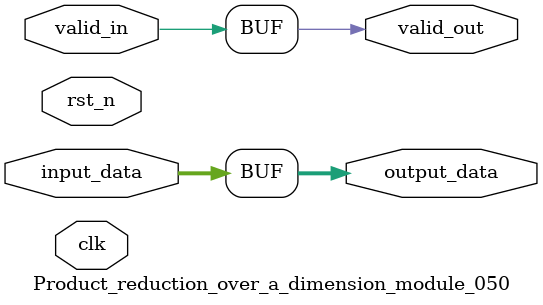
<source format=v>

module Product_reduction_over_a_dimension_module_050 (
    input clk,
    input rst_n,
    input valid_in,
    output valid_out,
    // Add specific ports based on operator type
    input [31:0] input_data,
    output [31:0] output_data
);

    // Module implementation would go here
    // This is a template - actual implementation depends on the operator
    
        // Generic operator implementation
    assign output_data = input_data; // Placeholder
    assign valid_out = valid_in;

endmodule

</source>
